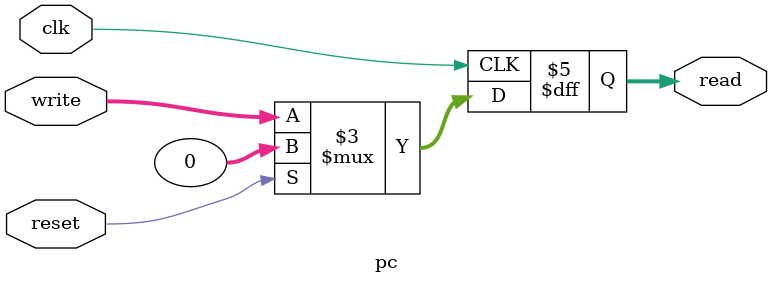
<source format=v>
`timescale 1ns / 1ps
module pc(write ,read , clk , reset );
input clk , reset ;
input [31:0] write ;
output reg [31:0] read ;


always@(posedge clk)


begin 

if(reset)
begin 
read <= 32'b0 ;

end
else 
read <= write ;
end
endmodule 







</source>
